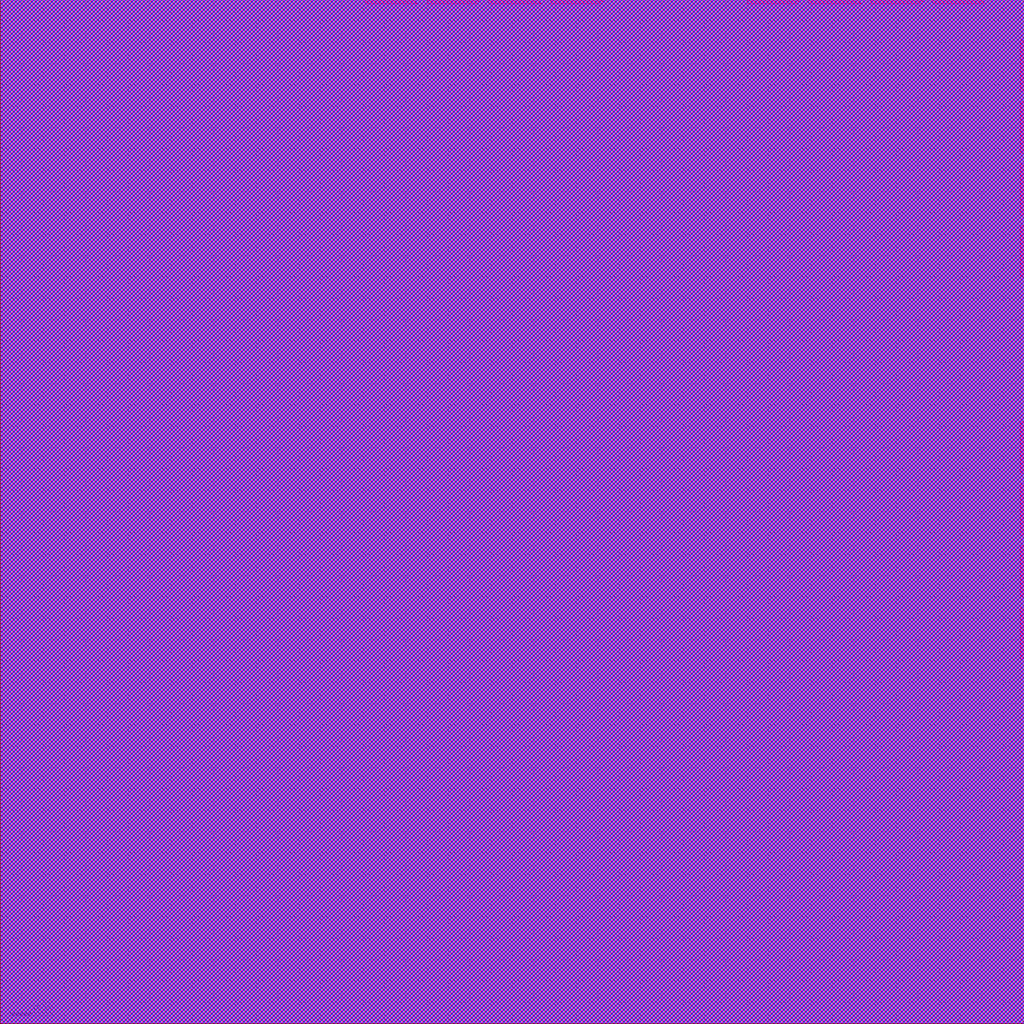
<source format=lef>
VERSION 5.7 ;
BUSBITCHARS "[]" ;
DIVIDERCHAR "/" ;
 
UNITS
    DATABASE MICRONS 2000  ;
END UNITS
 
 MANUFACTURINGGRID    0.005000 ;
 
SITE pad
    SYMMETRY x y r90 ;
    CLASS pad ;
    SIZE 1.000 BY 240.000 ;
END pad
 
SITE corner
    SYMMETRY x y r90 ;
    CLASS pad ;
    SIZE 240.000 BY 240.000 ;
END corner

PROPERTYDEFINITIONS
  MACRO oaTaper STRING ;
END PROPERTYDEFINITIONS

MACRO PADANALOG
  CLASS PAD ;
  ORIGIN 0 80 ;
  FOREIGN PADANALOG 0 -80 ;
  SIZE 60 BY 240 ;
  SYMMETRY X Y R90 ;
  SITE IOSite ;
  PIN VDDIOR
    DIRECTION INOUT ;
    USE POWER ;
    NETEXPR "VDDIOR VDDIOR!" ;
    PORT
      LAYER Metal4 ;
        RECT 0 49 1 61 ;
        RECT 0 34.5 1 46.5 ;
        RECT 0 20 1 32 ;
        RECT 0 5.5 1 17.5 ;
        RECT 59 49 60 61 ;
        RECT 59 34.5 60 46.5 ;
        RECT 59 20 60 32 ;
        RECT 59 5.5 60 17.5 ;
    END
  END VDDIOR
  PIN VSSIOR
    DIRECTION INOUT ;
    USE GROUND ;
    NETEXPR "VSSIOR VSSIOR!" ;
    PORT
      LAYER Metal4 ;
        RECT 0 138.5 1 150.5 ;
        RECT 0 124 1 136 ;
        RECT 0 109.5 1 121.5 ;
        RECT 0 95 1 107 ;
        RECT 59 138.5 60 150.5 ;
        RECT 59 124 60 136 ;
        RECT 59 109.5 60 121.5 ;
        RECT 59 95 60 107 ;
    END
  END VSSIOR
  PIN VSS
    DIRECTION INOUT ;
    USE GROUND ;
    NETEXPR "VSS VSS!" ;
    PORT
      LAYER Metal4 ;
        RECT 0 79.27 1 90.5 ;
        RECT 59 79.27 60 90.5 ;
    END
  END VSS
  PIN VDD
    DIRECTION INOUT ;
    USE POWER ;
    NETEXPR "VDD VDD!" ;
    PORT
      LAYER Metal4 ;
        RECT 0 65.38 1 76.61 ;
        RECT 59 65.38 60 76.61 ;
    END
  END VDD
  PIN AY
    DIRECTION INPUT ;
    USE SIGNAL ;
    PORT
      LAYER Metal1 ;
        RECT 27.015 156.955 30.06 160 ;
    END
  END AY
  OBS
    LAYER Metal1 ;
      RECT 0 -80 60 160 ;
    LAYER Metal2 ;
      RECT 0 -80 60 160 ;
    LAYER Metal3 ;
      RECT 0 -80 60 160 ;
    LAYER Metal4 ;
      RECT 0 -80 60 160 ;
    LAYER Metal5 ;
      RECT 0 -80 60 160 ;
    LAYER Metal6 ;
      RECT 0 -80 60 160 ;
    LAYER Metal7 ;
      RECT 0 -80 60 160 ;
    LAYER Metal8 ;
      RECT 0 -80 60 160 ;
    LAYER Metal9 ;
      RECT 0 -80 60 160 ;
    LAYER Metal10 ;
      RECT 0 -80 60 160 ;
    LAYER Metal11 ;
      RECT 0 -80 60 160 ;
  END
END PADANALOG


PROPERTYDEFINITIONS
  MACRO oaTaper STRING ;
END PROPERTYDEFINITIONS

MACRO PADDB
  CLASS PAD ;
  ORIGIN 0 80 ;
  FOREIGN PADDB 0 -80 ;
  SIZE 60 BY 240 ;
  SYMMETRY X Y R90 ;
  SITE IOSite ;
  PIN Y
    DIRECTION OUTPUT ;
    USE SIGNAL ;
    PORT
      LAYER Metal3 ;
        POLYGON 28.72 159.39 28.68 159.39 28.68 160 27.68 160 27.68 159.39 27.62 159.39 27.62 159.275 28.72 159.275 ;
    END
  END Y
  PIN A
    DIRECTION INPUT ;
    USE SIGNAL ;
    PORT
      LAYER Metal3 ;
        POLYGON 30.55 159.37 30.5 159.37 30.5 160 29.5 160 29.5 159.37 29.45 159.37 29.45 159.275 30.55 159.275 ;
    END
  END A
  PIN OEN
    DIRECTION INPUT ;
    USE SIGNAL ;
    PORT
      LAYER Metal3 ;
        POLYGON 32.365 159.37 32.31 159.37 32.31 160 31.31 160 31.31 159.37 31.265 159.37 31.265 159.275 32.365 159.275 ;
    END
  END OEN
  PIN VDD
    DIRECTION INOUT ;
    USE POWER ;
    NETEXPR "VDD VDD!" ;
    PORT
      LAYER Metal4 ;
        RECT 0 65.495 1 66.485 ;
        RECT 59 65.495 60 66.485 ;
    END
  END VDD
  PIN VSS
    DIRECTION INOUT ;
    USE GROUND ;
    NETEXPR "VSS VSS!" ;
    PORT
      LAYER Metal4 ;
        RECT 0 79.265 1 80.255 ;
        RECT 59 79.265 60 80.255 ;
    END
  END VSS
  PIN VSSIOR
    DIRECTION INOUT ;
    USE GROUND ;
    NETEXPR "VSSIOR VSSIOR!" ;
    PORT
      LAYER Metal4 ;
        RECT 0 138.495 1 150.495 ;
        RECT 0 123.995 1 135.995 ;
        RECT 0 109.495 1 121.495 ;
        RECT 0 94.995 1 106.995 ;
        RECT 59 138.495 60 150.495 ;
        RECT 59 123.995 60 135.995 ;
        RECT 59 109.495 60 121.495 ;
        RECT 59 94.995 60 106.995 ;
    END
  END VSSIOR
  PIN VDDIOR
    DIRECTION INOUT ;
    USE POWER ;
    NETEXPR "VDDIOR VDDIOR!" ;
    PORT
      LAYER Metal4 ;
        RECT 0 48.995 1 60.995 ;
        RECT 0 34.495 1 46.495 ;
        RECT 0 19.995 1 31.995 ;
        RECT 0 5.495 1 17.495 ;
        RECT 59 48.995 60 60.995 ;
        RECT 59 34.495 60 46.495 ;
        RECT 59 19.995 60 31.995 ;
        RECT 59 5.495 60 17.495 ;
    END
  END VDDIOR
  PIN PAD
    DIRECTION INOUT ;
    USE SIGNAL ;
    PORT
      LAYER Metal11 ;
        RECT 28 0 32 1.42 ;
    END
  END PAD
  OBS
    LAYER Metal1 ;
      RECT 0 -80 60 160 ;
    LAYER Metal2 ;
      RECT 0 -80 60 160 ;
    LAYER Metal3 ;
      RECT 0 -80 60 160 ;
    LAYER Metal4 ;
      RECT 0 -80 60 160 ;
    LAYER Metal5 ;
      RECT 0 -80 60 160 ;
    LAYER Metal6 ;
      RECT 0 -80 60 160 ;
    LAYER Metal7 ;
      RECT 0 -80 60 160 ;
    LAYER Metal8 ;
      RECT 0 -80 60 160 ;
    LAYER Metal9 ;
      RECT 0 -80 60 160 ;
    LAYER Metal10 ;
      RECT 0 -80 60 160 ;
    LAYER Metal11 ;
      RECT 0 -80 60 160 ;
  END
  PROPERTY oaTaper "virtuosoDefaultTaper" ;
END PADDB


MACRO PADDI
  CLASS PAD ;
  ORIGIN 0 80 ;
  FOREIGN PADDI 0 -80 ;
  SIZE 60 BY 240 ;
  SYMMETRY X Y R90 ;
  SITE IOSite ;
  PIN PAD
    DIRECTION INOUT ;
    USE SIGNAL ;
    PORT
      LAYER Metal11 ;
        RECT 28 0 32 1.42 ;
    END
  END PAD
  PIN VDDIOR
    DIRECTION INOUT ;
    USE POWER ;
    NETEXPR "VDDIOR VDDIOR!" ;
    PORT
      LAYER Metal4 ;
        RECT 0 48.995 1 60.995 ;
        RECT 0 34.495 1 46.495 ;
        RECT 0 19.995 1 31.995 ;
        RECT 0 5.495 1 17.495 ;
        RECT 59 48.995 60 60.995 ;
        RECT 59 34.495 60 46.495 ;
        RECT 59 19.995 60 31.995 ;
        RECT 59 5.495 60 17.495 ;
    END
  END VDDIOR
  PIN VSSIOR
    DIRECTION INOUT ;
    USE GROUND ;
    NETEXPR "VSSIOR VSSIOR!" ;
    PORT
      LAYER Metal4 ;
        RECT 0 138.495 1 150.495 ;
        RECT 0 123.995 1 135.995 ;
        RECT 0 109.495 1 121.495 ;
        RECT 0 94.995 1 106.995 ;
        RECT 59 138.495 60 150.495 ;
        RECT 59 123.995 60 135.995 ;
        RECT 59 109.495 60 121.495 ;
        RECT 59 94.995 60 106.995 ;
    END
  END VSSIOR
  PIN Y
    DIRECTION OUTPUT ;
    USE SIGNAL ;
    PORT
      LAYER Metal3 ;
        RECT 27.55 159.275 28.275 160 ;
    END
  END Y
  OBS
    LAYER Metal1 ;
      RECT 0 -80 60 160 ;
    LAYER Metal2 ;
      RECT 0 -80 60 160 ;
    LAYER Metal3 ;
      RECT 0 -80 60 160 ;
    LAYER Metal4 ;
      RECT 0 -80 60 160 ;
    LAYER Metal5 ;
      RECT 0 -80 60 160 ;
    LAYER Metal6 ;
      RECT 0 -80 60 160 ;
    LAYER Metal7 ;
      RECT 0 -80 60 160 ;
    LAYER Metal8 ;
      RECT 0 -80 60 160 ;
    LAYER Metal9 ;
      RECT 0 -80 60 160 ;
    LAYER Metal10 ;
      RECT 0 -80 60 160 ;
    LAYER Metal11 ;
      RECT 0 -80 60 160 ;
  END
END PADDI


MACRO PADDO
  CLASS PAD ;
  ORIGIN 0 80 ;
  FOREIGN PADDO 0 -80 ;
  SIZE 60 BY 240 ;
  SYMMETRY X Y R90 ;
  SITE IOSite ;
  PIN A
    DIRECTION INPUT ;
    USE SIGNAL ;
    PORT
      LAYER Metal3 ;
        RECT 29.5 159.275 30.225 160 ;
    END
  END A
  PIN VDDIOR
    DIRECTION INOUT ;
    USE POWER ;
    NETEXPR "VDDIOR VDDIOR!" ;
    PORT
      LAYER Metal4 ;
        RECT 0 49 1 61 ;
        RECT 0 34.5 1 46.5 ;
        RECT 0 20 1 32 ;
        RECT 0 5.5 1 17.5 ;
        RECT 59 49 60 61 ;
        RECT 59 34.5 60 46.5 ;
        RECT 59 20 60 32 ;
        RECT 59 5.5 60 17.5 ;
    END
  END VDDIOR
  PIN VSSIOR
    DIRECTION INOUT ;
    USE GROUND ;
    NETEXPR "VSSIOR VSSIOR!" ;
    PORT
      LAYER Metal4 ;
        RECT 0 138.5 1 150.5 ;
        RECT 0 124 1 136 ;
        RECT 0 109.5 1 121.5 ;
        RECT 0 95 1 107 ;
        RECT 59 138.5 60 150.5 ;
        RECT 59 124 60 136 ;
        RECT 59 109.5 60 121.5 ;
        RECT 59 95 60 107 ;
    END
  END VSSIOR
  PIN PAD
    DIRECTION OUTPUT ;
    USE SIGNAL ;
    PORT
      LAYER Metal11 ;
        RECT 28 -1.4 32 1.415 ;
    END
  END PAD
  OBS
    LAYER Metal1 ;
      RECT 0 -80 60 160 ;
    LAYER Metal2 ;
      RECT 0 -80 60 160 ;
    LAYER Metal3 ;
      RECT 0 -80 60 160 ;
    LAYER Metal4 ;
      RECT 0 -80 60 160 ;
    LAYER Metal5 ;
      RECT 0 -80 60 160 ;
    LAYER Metal6 ;
      RECT 0 -80 60 160 ;
    LAYER Metal7 ;
      RECT 0 -80 60 160 ;
    LAYER Metal8 ;
      RECT 0 -80 60 160 ;
    LAYER Metal9 ;
      RECT 0 -80 60 160 ;
    LAYER Metal10 ;
      RECT 0 -80 60 160 ;
    LAYER Metal11 ;
      RECT 0 -80 60 160 ;
  END
END PADDO


MACRO PADDOZ
  CLASS PAD ;
  ORIGIN 0 80 ;
  FOREIGN PADDOZ 0 -80 ;
  SIZE 60 BY 240 ;
  SYMMETRY X Y R90 ;
  SITE IOSite ;
  PIN VDDIOR
    DIRECTION INOUT ;
    USE POWER ;
    NETEXPR "VDDIOR VDDIOR!" ;
    PORT
      LAYER Metal4 ;
        RECT 0 48.995 1 60.995 ;
        RECT 0 34.495 1 46.495 ;
        RECT 0 19.995 1 31.995 ;
        RECT 0 5.495 1 17.495 ;
        RECT 59 48.995 60 60.995 ;
        RECT 59 34.495 60 46.495 ;
        RECT 59 19.995 60 31.995 ;
        RECT 59 5.495 60 17.495 ;
    END
  END VDDIOR
  PIN VSSIOR
    DIRECTION INOUT ;
    USE GROUND ;
    NETEXPR "VSSIOR VSSIOR!" ;
    PORT
      LAYER Metal4 ;
        RECT 0 138.495 1 150.495 ;
        RECT 0 123.995 1 135.995 ;
        RECT 0 109.495 1 121.495 ;
        RECT 0 94.995 1 106.995 ;
        RECT 59 138.495 60 150.495 ;
        RECT 59 123.995 60 135.995 ;
        RECT 59 109.495 60 121.495 ;
        RECT 59 94.995 60 106.995 ;
    END
  END VSSIOR
  PIN VSS
    DIRECTION INOUT ;
    USE GROUND ;
    NETEXPR "VSS VSS!" ;
    PORT
      LAYER Metal4 ;
        RECT 0 79.265 1 80.255 ;
        RECT 59 79.265 60 80.255 ;
    END
  END VSS
  PIN VDD
    DIRECTION INOUT ;
    USE POWER ;
    NETEXPR "VDD VDD!" ;
    PORT
      LAYER Metal4 ;
        RECT 0 65.495 1 66.485 ;
        RECT 59 65.495 60 66.485 ;
    END
  END VDD
  PIN OEN
    DIRECTION INPUT ;
    USE SIGNAL ;
    PORT
      LAYER Metal3 ;
        RECT 31.31 159.275 32.035 160 ;
    END
  END OEN
  PIN A
    DIRECTION INPUT ;
    USE SIGNAL ;
    PORT
      LAYER Metal3 ;
        RECT 29.5 159.275 30.225 160 ;
    END
  END A
  PIN PAD
    DIRECTION OUTPUT ;
    USE SIGNAL ;
    PORT
      LAYER Metal11 ;
        RECT 28 0 32 1.42 ;
    END
  END PAD
  OBS
    LAYER Metal1 ;
      RECT 0 -80 60 160 ;
    LAYER Metal2 ;
      RECT 0 -80 60 160 ;
    LAYER Metal3 ;
      RECT 0 -80 60 160 ;
    LAYER Metal4 ;
      RECT 0 -80 60 160 ;
    LAYER Metal5 ;
      RECT 0 -80 60 160 ;
    LAYER Metal6 ;
      RECT 0 -80 60 160 ;
    LAYER Metal7 ;
      RECT 0 -80 60 160 ;
    LAYER Metal8 ;
      RECT 0 -80 60 160 ;
    LAYER Metal9 ;
      RECT 0 -80 60 160 ;
    LAYER Metal10 ;
      RECT 0 -80 60 160 ;
    LAYER Metal11 ;
      RECT 0 -80 60 160 ;
  END
END PADDOZ


PROPERTYDEFINITIONS
  MACRO oaTaper STRING ;
END PROPERTYDEFINITIONS

MACRO PADVDD
  CLASS PAD ;
  ORIGIN 0 80 ;
  FOREIGN PADVDD 0 -80 ;
  SIZE 60 BY 240 ;
  SYMMETRY X Y R90 ;
  SITE IOSite ;
  PIN VDD
    DIRECTION INOUT ;
    USE POWER ;
    NETEXPR "VDD VDD!" ;
    PORT
      CLASS CORE ;
      LAYER Metal3 ;
        RECT 53.815 156.64 57.165 160 ;
      LAYER Metal2 ;
        RECT 53.815 156.64 57.165 160 ;
      LAYER Metal3 ;
        RECT 2.855 156.64 6.205 160 ;
      LAYER Metal2 ;
        RECT 2.855 156.64 6.205 160 ;
    END
  END VDD
  PIN VSSIOR
    DIRECTION INOUT ;
    USE GROUND ;
    NETEXPR "VSSIOR VSSIOR!" ;
    PORT
      LAYER Metal4 ;
        RECT 0 138.5 1 150.5 ;
        RECT 0 124 1 136 ;
        RECT 0 109.5 1 121.5 ;
        RECT 0 95 1 107 ;
        RECT 59 138.5 60 150.5 ;
        RECT 59 124 60 136 ;
        RECT 59 109.5 60 121.5 ;
        RECT 59 95 60 107 ;
    END
  END VSSIOR
  PIN VDDIOR
    DIRECTION INOUT ;
    USE POWER ;
    NETEXPR "VDDIOR VDDIOR!" ;
    PORT
      LAYER Metal4 ;
        RECT 0 49 1 61 ;
        RECT 0 34.5 1 46.5 ;
        RECT 0 20 1 32 ;
        RECT 0 5.5 1 17.5 ;
        RECT 59 49 60 61 ;
        RECT 59 34.5 60 46.5 ;
        RECT 59 20 60 32 ;
        RECT 59 5.5 60 17.5 ;
    END
  END VDDIOR
  OBS
    LAYER Metal1 ;
      RECT 0 -80 60 160 ;
    LAYER Metal2 ;
      RECT 0 -80 60 160 ;
    LAYER Metal3 ;
      RECT 0 -80 60 160 ;
    LAYER Metal4 ;
      RECT 0 -80 60 160 ;
    LAYER Metal5 ;
      RECT 0 -80 60 160 ;
    LAYER Metal6 ;
      RECT 0 -80 60 160 ;
    LAYER Metal7 ;
      RECT 0 -80 60 160 ;
    LAYER Metal8 ;
      RECT 0 -80 60 160 ;
    LAYER Metal9 ;
      RECT 0 -80 60 160 ;
    LAYER Metal10 ;
      RECT 0 -80 60 160 ;
    LAYER Metal11 ;
      RECT 0 -80 60 160 ;
  END
  PROPERTY oaTaper "virtuosoDefaultTaper" ;
END PADVDD


PROPERTYDEFINITIONS
  MACRO oaTaper STRING ;
END PROPERTYDEFINITIONS

MACRO PADVDD25
  CLASS PAD ;
  ORIGIN 0 80 ;
  FOREIGN PADVDD25 0 -80 ;
  SIZE 60 BY 240 ;
  SYMMETRY X Y R90 ;
  SITE IOSite ;
  PIN VDD
    DIRECTION INOUT ;
    USE POWER ;
    NETEXPR "VDD VDD!" ;
    PORT
      LAYER Metal4 ;
        RECT 59 65.38 60 76.61 ;
        RECT 0 65.38 1 76.61 ;
    END
  END VDD
  PIN VSSIOR
    DIRECTION INOUT ;
    USE GROUND ;
    NETEXPR "VSSIOR VSSIOR!" ;
    PORT
      LAYER Metal4 ;
        RECT 0 138.5 1 150.5 ;
        RECT 0 124 1 136 ;
        RECT 0 109.5 1 121.5 ;
        RECT 0 95 1 107 ;
        RECT 59 138.5 60 150.5 ;
        RECT 59 124 60 136 ;
        RECT 59 109.5 60 121.5 ;
        RECT 59 95 60 107 ;
    END
  END VSSIOR
  PIN VDDIOR
    DIRECTION INOUT ;
    USE POWER ;
    NETEXPR "VDDIOR VDDIOR!" ;
    PORT
      LAYER Metal4 ;
        RECT 0 49 1 61 ;
        RECT 0 34.5 1 46.5 ;
        RECT 0 20 1 32 ;
        RECT 0 5.5 1 17.5 ;
        RECT 59 49 60 61 ;
        RECT 59 34.5 60 46.5 ;
        RECT 59 20 60 32 ;
        RECT 59 5.5 60 17.5 ;
    END
  END VDDIOR
  PIN VSS
    DIRECTION INOUT ;
    USE GROUND ;
    NETEXPR "VSS VSS!" ;
    PORT
      LAYER Metal4 ;
        RECT 0 79.27 1 90.5 ;
        RECT 59 79.27 60 90.5 ;
    END
  END VSS
  PIN VDD25
    DIRECTION INPUT ;
    USE SIGNAL ;
    NETEXPR "VDD25 VDD25!" ;
    PORT
      LAYER Metal2 ;
        RECT 2.855 156.64 6.215 160 ;
      LAYER Metal3 ;
        RECT 2.855 156.64 6.215 160 ;
    END
  END VDD25
  OBS
    LAYER Metal1 ;
      RECT 0 -80 60 160 ;
    LAYER Metal2 ;
      RECT 0 -80 60 160 ;
    LAYER Metal3 ;
      RECT 0 -80 60 160 ;
    LAYER Metal4 ;
      RECT 0 -80 60 160 ;
    LAYER Metal5 ;
      RECT 0 -80 60 160 ;
    LAYER Metal6 ;
      RECT 0 -80 60 160 ;
    LAYER Metal7 ;
      RECT 0 -80 60 160 ;
    LAYER Metal8 ;
      RECT 0 -80 60 160 ;
    LAYER Metal9 ;
      RECT 0 -80 60 160 ;
    LAYER Metal10 ;
      RECT 0 -80 60 160 ;
    LAYER Metal11 ;
      RECT 0 -80 60 160 ;
  END
  PROPERTY oaTaper "virtuosoDefaultTaper" ;
END PADVDD25


PROPERTYDEFINITIONS
  MACRO oaTaper STRING ;
END PROPERTYDEFINITIONS

MACRO PADVDDIOR
  CLASS PAD ;
  ORIGIN 0 80 ;
  FOREIGN PADVDDIOR 0 -80 ;
  SIZE 60 BY 240 ;
  SYMMETRY X Y R90 ;
  SITE IOSite ;
  PIN VSSIOR
    DIRECTION INOUT ;
    USE GROUND ;
    NETEXPR "VSSIOR VSSIOR!" ;
    PORT
      LAYER Metal4 ;
        RECT 0 138.5 1 150.5 ;
        RECT 0 124 1 136 ;
        RECT 0 109.5 1 121.5 ;
        RECT 0 95 1 107 ;
        RECT 59 138.5 60 150.5 ;
        RECT 59 124 60 136 ;
        RECT 59 109.5 60 121.5 ;
        RECT 59 95 60 107 ;
    END
  END VSSIOR
  PIN VDDIOR
    DIRECTION INOUT ;
    USE POWER ;
    NETEXPR "VDDIOR VDDIOR!" ;
    PORT
      LAYER Metal3 ;
        RECT 53.815 156.64 57.165 160 ;
      LAYER Metal2 ;
        RECT 53.815 156.64 57.165 160 ;
      LAYER Metal3 ;
        RECT 2.855 156.64 6.205 160 ;
      LAYER Metal2 ;
        RECT 2.855 156.64 6.205 160 ;
      LAYER Metal4 ;
        RECT 0 49 1 61 ;
        RECT 0 34.5 1 46.5 ;
        RECT 0 20 1 32 ;
        RECT 0 5.5 1 17.5 ;
        RECT 59 49 60 61 ;
        RECT 59 34.5 60 46.5 ;
        RECT 59 20 60 32 ;
        RECT 59 5.5 60 17.5 ;
    END
  END VDDIOR
  OBS
    LAYER Metal1 ;
      RECT 0 -80 60 160 ;
    LAYER Metal2 ;
      RECT 0 -80 60 160 ;
    LAYER Metal3 ;
      RECT 0 -80 60 160 ;
    LAYER Metal4 ;
      RECT 0 -80 60 160 ;
    LAYER Metal5 ;
      RECT 0 -80 60 160 ;
    LAYER Metal6 ;
      RECT 0 -80 60 160 ;
    LAYER Metal7 ;
      RECT 0 -80 60 160 ;
    LAYER Metal8 ;
      RECT 0 -80 60 160 ;
    LAYER Metal9 ;
      RECT 0 -80 60 160 ;
    LAYER Metal10 ;
      RECT 0 -80 60 160 ;
    LAYER Metal11 ;
      RECT 0 -80 60 160 ;
  END
  PROPERTY oaTaper "virtuosoDefaultTaper" ;
END PADVDDIOR


PROPERTYDEFINITIONS
  MACRO extractNetShortViolationLimit INTEGER ;
  MACRO extractCellviewShortViolationLimit INTEGER ;
  MACRO extractStopLevel INTEGER ;
  MACRO deviceExtractType STRING ;
  MACRO extractCellviewOpenViolationLimit INTEGER ;
  MACRO extractNetOpenViolationLimit INTEGER ;
  MACRO lxChainAlignPMOS STRING ;
  MACRO lxGroundNetNames STRING ;
  MACRO lxGetSignifDigits INTEGER ;
  MACRO extractCellviewIllegalConnectionLimit INTEGER ;
  MACRO lxStackPartitionParameters STRING ;
  MACRO setupConstraintGroup STRING ;
  MACRO lxChainAlignNMOS STRING ;
  MACRO lxSupplyNetNames STRING ;
  MACRO lxGenerationOrientation STRING ;
  MACRO lxInternalLibName STRING ;
  MACRO lxInternalConfigLibName STRING ;
  MACRO lxInternalTop STRING ;
  MACRO lxInternalType STRING ;
  MACRO lxInternalCellName STRING ;
  MACRO lxInternalViewName STRING ;
  MACRO lxInternalConfigCellName STRING ;
  MACRO lxInternalConfigViewName STRING ;
  MACRO oaTaper STRING ;
END PROPERTYDEFINITIONS

MACRO PADVSS
  CLASS PAD ;
  ORIGIN 0 80 ;
  FOREIGN PADVSS 0 -80 ;
  SIZE 60 BY 240 ;
  SYMMETRY X Y R90 ;
  SITE IOSite ;
  PIN VSS
    DIRECTION INOUT ;
    USE GROUND ;
    NETEXPR "VSS VSS!" ;
    PORT
      CLASS CORE ;
      LAYER Metal3 ;
        RECT 53.805 156.64 57.155 160 ;
        RECT 2.845 156.64 6.195 160 ;
      LAYER Metal2 ;
        RECT 53.805 156.64 57.155 160 ;
        RECT 2.845 156.64 6.195 160 ;
    END
  END VSS
  PIN VDDIOR
    DIRECTION INOUT ;
    USE POWER ;
    NETEXPR "VDDIOR VDDIOR!" ;
    PORT
      LAYER Metal4 ;
        RECT 0 49 1 61 ;
        RECT 0 34.5 1 46.5 ;
        RECT 0 20 1 32 ;
        RECT 0 5.5 1 17.5 ;
        RECT 59 49 60 61 ;
        RECT 59 34.5 60 46.5 ;
        RECT 59 20 60 32 ;
        RECT 59 5.5 60 17.5 ;
    END
  END VDDIOR
  PIN VSSIOR
    DIRECTION INOUT ;
    USE GROUND ;
    NETEXPR "VSSIOR VSSIOR!" ;
    PORT
      LAYER Metal4 ;
        RECT 0 138.5 1 150.5 ;
        RECT 0 124 1 136 ;
        RECT 0 109.5 1 121.5 ;
        RECT 0 95 1 107 ;
        RECT 59 138.5 60 150.5 ;
        RECT 59 124 60 136 ;
        RECT 59 109.5 60 121.5 ;
        RECT 59 95 60 107 ;
    END
  END VSSIOR
  OBS
    LAYER Metal1 ;
      RECT 0 -80 60 160 ;
    LAYER Metal2 ;
      RECT 0 -80 60 160 ;
    LAYER Metal3 ;
      RECT 0 -80 60 160 ;
    LAYER Metal4 ;
      RECT 0 -80 60 160 ;
    LAYER Metal5 ;
      RECT 0 -80 60 160 ;
    LAYER Metal6 ;
      RECT 0 -80 60 160 ;
    LAYER Metal7 ;
      RECT 0 -80 60 160 ;
    LAYER Metal8 ;
      RECT 0 -80 60 160 ;
    LAYER Metal9 ;
      RECT 0 -80 60 160 ;
    LAYER Metal10 ;
      RECT 0 -80 60 160 ;
    LAYER Metal11 ;
      RECT 0 -80 60 160 ;
  END
  PROPERTY extractNetShortViolationLimit 100 ;
  PROPERTY extractCellviewShortViolationLimit 1000 ;
  PROPERTY extractStopLevel 0 ;
  PROPERTY deviceExtractType "pcells" ;
  PROPERTY extractCellviewOpenViolationLimit 2000 ;
  PROPERTY extractNetOpenViolationLimit 1000 ;
  PROPERTY lxChainAlignPMOS "Top" ;
  PROPERTY lxGroundNetNames "gnd gnd! gnd: vss vss! vss:" ;
  PROPERTY lxGetSignifDigits 0 ;
  PROPERTY extractCellviewIllegalConnectionLimit 1000 ;
  PROPERTY lxStackPartitionParameters "(0 100)" ;
  PROPERTY setupConstraintGroup "virtuosoDefaultExtractorSetup" ;
  PROPERTY lxChainAlignNMOS "Bottom" ;
  PROPERTY lxSupplyNetNames "vcc vcc! vcc: vdd vdd! vdd:" ;
  PROPERTY lxGenerationOrientation "preserve" ;
  PROPERTY lxInternalLibName "giolib045" ;
  PROPERTY lxInternalConfigLibName "giolib045" ;
  PROPERTY lxInternalTop "" ;
  PROPERTY lxInternalType "CELLVIEW" ;
  PROPERTY lxInternalCellName "PADVSS" ;
  PROPERTY lxInternalViewName "schematic" ;
  PROPERTY lxInternalConfigCellName "PADVSS" ;
  PROPERTY lxInternalConfigViewName "physConfig" ;
  PROPERTY oaTaper "virtuosoDefaultTaper" ;
END PADVSS


PROPERTYDEFINITIONS
  MACRO oaTaper STRING ;
END PROPERTYDEFINITIONS

MACRO PADVSS25
  CLASS PAD ;
  ORIGIN 0 80 ;
  FOREIGN PADVSS25 0 -80 ;
  SIZE 60 BY 240 ;
  SYMMETRY X Y R90 ;
  SITE IOSite ;
  PIN VSS
    DIRECTION INOUT ;
    USE GROUND ;
    NETEXPR "VSS VSS!" ;
    PORT
      LAYER Metal4 ;
        RECT 0 79.27 1 90.5 ;
        RECT 59 79.27 60 90.5 ;
    END
  END VSS
  PIN VDDIOR
    DIRECTION INOUT ;
    USE POWER ;
    NETEXPR "VDDIOR VDDIOR!" ;
    PORT
      LAYER Metal4 ;
        RECT 0 49 1 61 ;
        RECT 0 34.5 1 46.5 ;
        RECT 0 20 1 32 ;
        RECT 0 5.5 1 17.5 ;
        RECT 59 49 60 61 ;
        RECT 59 34.5 60 46.5 ;
        RECT 59 20 60 32 ;
        RECT 59 5.5 60 17.5 ;
    END
  END VDDIOR
  PIN VSSIOR
    DIRECTION INOUT ;
    USE GROUND ;
    NETEXPR "VSSIOR VSSIOR!" ;
    PORT
      LAYER Metal4 ;
        RECT 0 138.5 1 150.5 ;
        RECT 0 124 1 136 ;
        RECT 0 109.5 1 121.5 ;
        RECT 0 95 1 107 ;
        RECT 59 138.5 60 150.5 ;
        RECT 59 124 60 136 ;
        RECT 59 109.5 60 121.5 ;
        RECT 59 95 60 107 ;
    END
  END VSSIOR
  PIN VDD
    DIRECTION INOUT ;
    USE POWER ;
    NETEXPR "VDD VDD!" ;
    PORT
      LAYER Metal4 ;
        RECT 59 65.38 60 76.61 ;
        RECT 0 65.38 1 76.61 ;
    END
  END VDD
  PIN VSS25
    DIRECTION INPUT ;
    USE SIGNAL ;
    NETEXPR "VSS25 VSS25!" ;
    PORT
      LAYER Metal2 ;
        RECT 2.845 156.64 6.205 160 ;
      LAYER Metal3 ;
        RECT 2.845 156.64 6.205 160 ;
    END
  END VSS25
  OBS
    LAYER Metal1 ;
      RECT 0 -80 60 160 ;
    LAYER Metal2 ;
      RECT 0 -80 60 160 ;
    LAYER Metal3 ;
      RECT 0 -80 60 160 ;
    LAYER Metal4 ;
      RECT 0 -80 60 160 ;
    LAYER Metal5 ;
      RECT 0 -80 60 160 ;
    LAYER Metal6 ;
      RECT 0 -80 60 160 ;
    LAYER Metal7 ;
      RECT 0 -80 60 160 ;
    LAYER Metal8 ;
      RECT 0 -80 60 160 ;
    LAYER Metal9 ;
      RECT 0 -80 60 160 ;
    LAYER Metal10 ;
      RECT 0 -80 60 160 ;
    LAYER Metal11 ;
      RECT 0 -80 60 160 ;
  END
  PROPERTY oaTaper "virtuosoDefaultTaper" ;
END PADVSS25


MACRO PADVSSIOR
  CLASS PAD ;
  ORIGIN 0 80 ;
  FOREIGN PADVSSIOR 0 -80 ;
  SIZE 60 BY 240 ;
  SYMMETRY X Y R90 ;
  SITE IOSite ;
  PIN VDDIOR
    DIRECTION INOUT ;
    USE POWER ;
    NETEXPR "VDDIOR VDDIOR!" ;
    PORT
      LAYER Metal4 ;
        RECT 0 49 1 61 ;
        RECT 0 34.5 1 46.5 ;
        RECT 0 20 1 32 ;
        RECT 0 5.5 1 17.5 ;
        RECT 59 49 60 61 ;
        RECT 59 34.5 60 46.5 ;
        RECT 59 20 60 32 ;
        RECT 59 5.5 60 17.5 ;
    END
  END VDDIOR
  PIN VSSIOR
    DIRECTION INOUT ;
    USE GROUND ;
    NETEXPR "VSSIOR VSSIOR!" ;
    PORT
      LAYER Metal3 ;
        RECT 53.805 156.64 57.155 160 ;
        RECT 2.845 156.64 6.195 160 ;
      LAYER Metal2 ;
        RECT 53.805 156.64 57.155 160 ;
        RECT 2.845 156.64 6.195 160 ;
      LAYER Metal4 ;
        RECT 0 138.5 1 150.5 ;
        RECT 0 124 1 136 ;
        RECT 0 109.5 1 121.5 ;
        RECT 0 95 1 107 ;
        RECT 59 138.5 60 150.5 ;
        RECT 59 124 60 136 ;
        RECT 59 109.5 60 121.5 ;
        RECT 59 95 60 107 ;
    END
  END VSSIOR
  OBS
    LAYER Metal1 ;
      RECT 0 -80 60 160 ;
    LAYER Metal2 ;
      RECT 0 -80 60 160 ;
    LAYER Metal3 ;
      RECT 0 -80 60 160 ;
    LAYER Metal4 ;
      RECT 0 -80 60 160 ;
    LAYER Metal5 ;
      RECT 0 -80 60 160 ;
    LAYER Metal6 ;
      RECT 0 -80 60 160 ;
    LAYER Metal7 ;
      RECT 0 -80 60 160 ;
    LAYER Metal8 ;
      RECT 0 -80 60 160 ;
    LAYER Metal9 ;
      RECT 0 -80 60 160 ;
    LAYER Metal10 ;
      RECT 0 -80 60 160 ;
    LAYER Metal11 ;
      RECT 0 -80 60 160 ;
  END
END PADVSSIOR


MACRO padIORINGCORNER
  CLASS ENDCAP BOTTOMLEFT ;
  ORIGIN 80 80 ;
  FOREIGN padIORINGCORNER -80 -80 ;
  SIZE 240 BY 240 ;
  SYMMETRY X Y R90 ;
  SITE CornerSite ;
  PIN VDDIOR
    DIRECTION INOUT ;
    USE POWER ;
    NETEXPR "VDDIOR VDDIOR!" ;
    PORT
      LAYER Metal4 ;
        RECT 5.5 159 17.5 160 ;
      LAYER Metal4 ;
        RECT 20 159 32 160 ;
      LAYER Metal4 ;
        RECT 34.5 159 46.5 160 ;
      LAYER Metal4 ;
        RECT 49 159 61 160 ;
      LAYER Metal4 ;
        RECT 159 49 160 61 ;
      LAYER Metal4 ;
        RECT 159 34.5 160 46.5 ;
      LAYER Metal4 ;
        RECT 159 20 160 32 ;
      LAYER Metal4 ;
        RECT 159 5.5 160 17.5 ;
    END
  END VDDIOR
  PIN VSSIOR
    DIRECTION INOUT ;
    USE GROUND ;
    NETEXPR "VSSIOR VSSIOR!" ;
    PORT
      LAYER Metal4 ;
        RECT 95 159 107 160 ;
      LAYER Metal4 ;
        RECT 109.5 159 121.5 160 ;
      LAYER Metal4 ;
        RECT 124 159 136 160 ;
      LAYER Metal4 ;
        RECT 138.5 159 150.5 160 ;
      LAYER Metal4 ;
        RECT 159 138.5 160 150.5 ;
      LAYER Metal4 ;
        RECT 159 124 160 136 ;
      LAYER Metal4 ;
        RECT 159 109.5 160 121.5 ;
      LAYER Metal4 ;
        RECT 159 95 160 107 ;
    END
  END VSSIOR
  OBS
    LAYER Metal1 ;
      RECT -80 -80 160 160 ;
    LAYER Metal2 ;
      RECT -80 -80 160 160 ;
    LAYER Metal3 ;
      RECT -80 -80 160 160 ;
    LAYER Metal4 ;
      RECT -80 -80 160 160 ;
    LAYER Metal5 ;
      RECT -80 -80 160 160 ;
    LAYER Metal6 ;
      RECT -80 -80 160 160 ;
    LAYER Metal7 ;
      RECT -80 -80 160 160 ;
    LAYER Metal8 ;
      RECT -80 -80 160 160 ;
    LAYER Metal9 ;
      RECT -80 -80 160 160 ;
    LAYER Metal10 ;
      RECT -80 -80 160 160 ;
    LAYER Metal11 ;
      RECT -80 -80 160 160 ;
  END
END padIORINGCORNER


MACRO padIORINGFEED1
  CLASS PAD SPACER ;
  ORIGIN 0 80 ;
  FOREIGN padIORINGFEED1 0 -80 ;
  SIZE 1 BY 240 ;
  SYMMETRY X Y R90 ;
  SITE IOSite ;
  PIN VDDPAD25
    DIRECTION INPUT ;
    USE SIGNAL ;
    NETEXPR "VDDPAD25 VDDPAD25!" ;
    PORT
      LAYER Metal4 ;
        RECT 0 3 1 63 ;
    END
  END VDDPAD25
  PIN VSSPAD
    DIRECTION INPUT ;
    USE SIGNAL ;
    NETEXPR "VSSPAD VSSPAD!" ;
    PORT
      LAYER Metal4 ;
        RECT 0 93 1 153 ;
    END
  END VSSPAD
  PIN VDDIOR
    DIRECTION INOUT ;
    USE POWER ;
    NETEXPR "VDDIOR VDDIOR!" ;
    PORT
      LAYER Metal4 ;
        RECT 0 48.995 1 60.995 ;
        RECT 0 34.495 1 46.495 ;
        RECT 0 19.995 1 31.995 ;
        RECT 0 5.495 1 17.495 ;
    END
  END VDDIOR
  PIN VSSIOR
    DIRECTION INOUT ;
    USE GROUND ;
    NETEXPR "VSSIOR VSSIOR!" ;
    PORT
      LAYER Metal4 ;
        RECT 0 138.495 1 150.495 ;
        RECT 0 123.995 1 135.995 ;
        RECT 0 109.495 1 121.495 ;
        RECT 0 94.995 1 106.995 ;
    END
  END VSSIOR
  OBS
    LAYER Metal1 ;
      RECT 0 -80 1 160 ;
    LAYER Metal2 ;
      RECT 0 -80 1 160 ;
    LAYER Metal3 ;
      RECT 0 -80 1 160 ;
    LAYER Metal4 ;
      RECT 0 -80 1 160 ;
    LAYER Metal5 ;
      RECT 0 -80 1 160 ;
    LAYER Metal6 ;
      RECT 0 -80 1 160 ;
    LAYER Metal7 ;
      RECT 0 -80 1 160 ;
    LAYER Metal8 ;
      RECT 0 -80 1 160 ;
    LAYER Metal9 ;
      RECT 0 -80 1 160 ;
    LAYER Metal10 ;
      RECT 0 -80 1 160 ;
    LAYER Metal11 ;
      RECT 0 -80 1 160 ;
  END
END padIORINGFEED1


MACRO padIORINGFEED10
  CLASS PAD SPACER ;
  ORIGIN 0 80 ;
  FOREIGN padIORINGFEED10 0 -80 ;
  SIZE 10 BY 240 ;
  SYMMETRY X Y R90 ;
  SITE IOSite ;
  PIN VDDPAD25
    DIRECTION INPUT ;
    USE SIGNAL ;
    NETEXPR "VDDPAD25 VDDPAD25!" ;
    PORT
      LAYER Metal4 ;
        RECT 0 3 1 63 ;
        RECT 9 3 10 63 ;
    END
  END VDDPAD25
  PIN VSSPAD
    DIRECTION INPUT ;
    USE SIGNAL ;
    NETEXPR "VSSPAD VSSPAD!" ;
    PORT
      LAYER Metal4 ;
        RECT 0 93 1 153 ;
        RECT 9 93 10 153 ;
    END
  END VSSPAD
  PIN VSS
    DIRECTION INOUT ;
    USE GROUND ;
    NETEXPR "VSS VSS!" ;
    PORT
      LAYER Metal4 ;
        RECT 0 79.27 1 90.5 ;
        RECT 9 79.27 10 90.5 ;
    END
  END VSS
  PIN VDD
    DIRECTION INOUT ;
    USE POWER ;
    NETEXPR "VDD VDD!" ;
    PORT
      CLASS CORE ;
      LAYER Metal4 ;
        RECT 0 65.5 1 76.61 ;
        RECT 9 65.5 10 76.61 ;
    END
  END VDD
  OBS
    LAYER Metal1 ;
      RECT 0 -80 10 160 ;
    LAYER Metal2 ;
      RECT 0 -80 10 160 ;
    LAYER Metal3 ;
      RECT 0 -80 10 160 ;
    LAYER Metal4 ;
      RECT 0 -80 10 160 ;
    LAYER Metal5 ;
      RECT 0 -80 10 160 ;
    LAYER Metal6 ;
      RECT 0 -80 10 160 ;
    LAYER Metal7 ;
      RECT 0 -80 10 160 ;
    LAYER Metal8 ;
      RECT 0 -80 10 160 ;
    LAYER Metal9 ;
      RECT 0 -80 10 160 ;
    LAYER Metal10 ;
      RECT 0 -80 10 160 ;
    LAYER Metal11 ;
      RECT 0 -80 10 160 ;
  END
END padIORINGFEED10


MACRO padIORINGFEED3
  CLASS PAD SPACER ;
  ORIGIN 0 80 ;
  FOREIGN padIORINGFEED3 0 -80 ;
  SIZE 3 BY 240 ;
  SYMMETRY X Y R90 ;
  SITE IOSite ;
  PIN VDDPAD25
    DIRECTION INPUT ;
    USE SIGNAL ;
    NETEXPR "VDDPAD25 VDDPAD25!" ;
    PORT
      LAYER Metal4 ;
        RECT 0 3 1 63 ;
        RECT 2 3 3 63 ;
    END
  END VDDPAD25
  PIN VSSPAD
    DIRECTION INPUT ;
    USE SIGNAL ;
    NETEXPR "VSSPAD VSSPAD!" ;
    PORT
      LAYER Metal4 ;
        RECT 0 93 1 153 ;
        RECT 2 93 3 153 ;
    END
  END VSSPAD
  PIN VSS
    DIRECTION INOUT ;
    USE GROUND ;
    NETEXPR "VSS VSS!" ;
    PORT
      LAYER Metal4 ;
        RECT 0 79.27 1 90.5 ;
        RECT 2 79.27 3 90.5 ;
    END
  END VSS
  PIN VDD
    DIRECTION INOUT ;
    USE POWER ;
    NETEXPR "VDD VDD!" ;
    PORT
      CLASS CORE ;
      LAYER Metal4 ;
        RECT 0 65.5 1 76.61 ;
        RECT 2 65.5 3 76.61 ;
    END
  END VDD
  OBS
    LAYER Metal1 ;
      RECT 0 -80 3 160 ;
    LAYER Metal2 ;
      RECT 0 -80 3 160 ;
    LAYER Metal3 ;
      RECT 0 -80 3 160 ;
    LAYER Metal4 ;
      RECT 0 -80 3 160 ;
    LAYER Metal5 ;
      RECT 0 -80 3 160 ;
    LAYER Metal6 ;
      RECT 0 -80 3 160 ;
    LAYER Metal7 ;
      RECT 0 -80 3 160 ;
    LAYER Metal8 ;
      RECT 0 -80 3 160 ;
    LAYER Metal9 ;
      RECT 0 -80 3 160 ;
    LAYER Metal10 ;
      RECT 0 -80 3 160 ;
    LAYER Metal11 ;
      RECT 0 -80 3 160 ;
  END
END padIORINGFEED3


MACRO padIORINGFEED5
  CLASS PAD SPACER ;
  ORIGIN 0 80 ;
  FOREIGN padIORINGFEED5 0 -80 ;
  SIZE 5 BY 240 ;
  SYMMETRY X Y R90 ;
  SITE IOSite ;
  PIN VDDPAD25
    DIRECTION INPUT ;
    USE SIGNAL ;
    NETEXPR "VDDPAD25 VDDPAD25!" ;
    PORT
      LAYER Metal4 ;
        RECT 0 3 1 63 ;
        RECT 4 3 5 63 ;
    END
  END VDDPAD25
  PIN VSSPAD
    DIRECTION INPUT ;
    USE SIGNAL ;
    NETEXPR "VSSPAD VSSPAD!" ;
    PORT
      LAYER Metal4 ;
        RECT 0 93 1 153 ;
        RECT 4 93 5 153 ;
    END
  END VSSPAD
  PIN VSS
    DIRECTION INOUT ;
    USE GROUND ;
    NETEXPR "VSS VSS!" ;
    PORT
      LAYER Metal4 ;
        RECT 0 79.27 1 90.5 ;
        RECT 4 79.27 5 90.5 ;
    END
  END VSS
  PIN VDD
    DIRECTION INOUT ;
    USE POWER ;
    NETEXPR "VDD VDD!" ;
    PORT
      CLASS CORE ;
      LAYER Metal4 ;
        RECT 0 65.5 1 76.61 ;
        RECT 4 65.5 5 76.61 ;
    END
  END VDD
  OBS
    LAYER Metal1 ;
      RECT 0 -80 5 160 ;
    LAYER Metal2 ;
      RECT 0 -80 5 160 ;
    LAYER Metal3 ;
      RECT 0 -80 5 160 ;
    LAYER Metal4 ;
      RECT 0 -80 5 160 ;
    LAYER Metal5 ;
      RECT 0 -80 5 160 ;
    LAYER Metal6 ;
      RECT 0 -80 5 160 ;
    LAYER Metal7 ;
      RECT 0 -80 5 160 ;
    LAYER Metal8 ;
      RECT 0 -80 5 160 ;
    LAYER Metal9 ;
      RECT 0 -80 5 160 ;
    LAYER Metal10 ;
      RECT 0 -80 5 160 ;
    LAYER Metal11 ;
      RECT 0 -80 5 160 ;
  END
END padIORINGFEED5


MACRO padIORINGFEED60
  CLASS PAD SPACER ;
  ORIGIN 0 80 ;
  FOREIGN padIORINGFEED60 0 -80 ;
  SIZE 60 BY 240 ;
  SYMMETRY X Y R90 ;
  SITE IOSite ;
  PIN VDDPAD25
    DIRECTION INPUT ;
    USE SIGNAL ;
    NETEXPR "VDDPAD25 VDDPAD25!" ;
    PORT
      LAYER Metal4 ;
        RECT 0 3 1 63 ;
        RECT 59 3 60 63 ;
    END
  END VDDPAD25
  PIN VSSPAD
    DIRECTION INPUT ;
    USE SIGNAL ;
    NETEXPR "VSSPAD VSSPAD!" ;
    PORT
      LAYER Metal4 ;
        RECT 0 93 1 153 ;
        RECT 59 93 60 153 ;
    END
  END VSSPAD
  PIN VSS
    DIRECTION INOUT ;
    USE GROUND ;
    NETEXPR "VSS VSS!" ;
    PORT
      LAYER Metal4 ;
        RECT 0 79.27 1 90.5 ;
        RECT 59 79.27 60 90.5 ;
    END
  END VSS
  PIN VDD
    DIRECTION INOUT ;
    USE POWER ;
    NETEXPR "VDD VDD!" ;
    PORT
      CLASS CORE ;
      LAYER Metal4 ;
        RECT 0 65.5 1 76.61 ;
        RECT 59 65.5 60 76.61 ;
    END
  END VDD
  OBS
    LAYER Metal1 ;
      RECT 0 -80 60 160 ;
    LAYER Metal2 ;
      RECT 0 -80 60 160 ;
    LAYER Metal3 ;
      RECT 0 -80 60 160 ;
    LAYER Metal4 ;
      RECT 0 -80 60 160 ;
    LAYER Metal5 ;
      RECT 0 -80 60 160 ;
    LAYER Metal6 ;
      RECT 0 -80 60 160 ;
    LAYER Metal7 ;
      RECT 0 -80 60 160 ;
    LAYER Metal8 ;
      RECT 0 -80 60 160 ;
    LAYER Metal9 ;
      RECT 0 -80 60 160 ;
    LAYER Metal10 ;
      RECT 0 -80 60 160 ;
    LAYER Metal11 ;
      RECT 0 -80 60 160 ;
  END
END padIORINGFEED60

END LIBRARY

</source>
